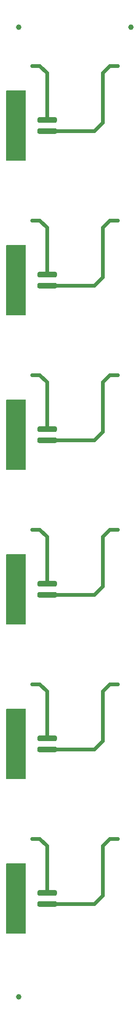
<source format=gtl>
G04 #@! TF.GenerationSoftware,KiCad,Pcbnew,6.0.2+dfsg-1*
G04 #@! TF.CreationDate,2022-10-15T22:16:15-06:00*
G04 #@! TF.ProjectId,ckt-dingdong-spk-array,636b742d-6469-46e6-9764-6f6e672d7370,rev?*
G04 #@! TF.SameCoordinates,Original*
G04 #@! TF.FileFunction,Copper,L1,Top*
G04 #@! TF.FilePolarity,Positive*
%FSLAX46Y46*%
G04 Gerber Fmt 4.6, Leading zero omitted, Abs format (unit mm)*
G04 Created by KiCad (PCBNEW 6.0.2+dfsg-1) date 2022-10-15 22:16:15*
%MOMM*%
%LPD*%
G01*
G04 APERTURE LIST*
G04 #@! TA.AperFunction,SMDPad,CuDef*
%ADD10C,1.000000*%
G04 #@! TD*
G04 #@! TA.AperFunction,ViaPad*
%ADD11C,0.609600*%
G04 #@! TD*
G04 #@! TA.AperFunction,Conductor*
%ADD12C,0.635000*%
G04 #@! TD*
G04 APERTURE END LIST*
G04 #@! TA.AperFunction,SMDPad,CuDef*
G36*
G01*
X28796000Y-33820000D02*
X31796000Y-33820000D01*
G75*
G02*
X32046000Y-34070000I0J-250000D01*
G01*
X32046000Y-34570000D01*
G75*
G02*
X31796000Y-34820000I-250000J0D01*
G01*
X28796000Y-34820000D01*
G75*
G02*
X28546000Y-34570000I0J250000D01*
G01*
X28546000Y-34070000D01*
G75*
G02*
X28796000Y-33820000I250000J0D01*
G01*
G37*
G04 #@! TD.AperFunction*
G04 #@! TA.AperFunction,SMDPad,CuDef*
G36*
G01*
X28796000Y-35820000D02*
X31796000Y-35820000D01*
G75*
G02*
X32046000Y-36070000I0J-250000D01*
G01*
X32046000Y-36570000D01*
G75*
G02*
X31796000Y-36820000I-250000J0D01*
G01*
X28796000Y-36820000D01*
G75*
G02*
X28546000Y-36570000I0J250000D01*
G01*
X28546000Y-36070000D01*
G75*
G02*
X28796000Y-35820000I250000J0D01*
G01*
G37*
G04 #@! TD.AperFunction*
G04 #@! TA.AperFunction,SMDPad,CuDef*
G36*
G01*
X23096001Y-31220000D02*
X25995999Y-31220000D01*
G75*
G02*
X26246000Y-31470001I0J-250001D01*
G01*
X26246000Y-32469999D01*
G75*
G02*
X25995999Y-32720000I-250001J0D01*
G01*
X23096001Y-32720000D01*
G75*
G02*
X22846000Y-32469999I0J250001D01*
G01*
X22846000Y-31470001D01*
G75*
G02*
X23096001Y-31220000I250001J0D01*
G01*
G37*
G04 #@! TD.AperFunction*
G04 #@! TA.AperFunction,SMDPad,CuDef*
G36*
G01*
X23096001Y-37920000D02*
X25995999Y-37920000D01*
G75*
G02*
X26246000Y-38170001I0J-250001D01*
G01*
X26246000Y-39169999D01*
G75*
G02*
X25995999Y-39420000I-250001J0D01*
G01*
X23096001Y-39420000D01*
G75*
G02*
X22846000Y-39169999I0J250001D01*
G01*
X22846000Y-38170001D01*
G75*
G02*
X23096001Y-37920000I250001J0D01*
G01*
G37*
G04 #@! TD.AperFunction*
D10*
X25160000Y-17540000D03*
G04 #@! TA.AperFunction,SMDPad,CuDef*
G36*
G01*
X28796000Y-61760000D02*
X31796000Y-61760000D01*
G75*
G02*
X32046000Y-62010000I0J-250000D01*
G01*
X32046000Y-62510000D01*
G75*
G02*
X31796000Y-62760000I-250000J0D01*
G01*
X28796000Y-62760000D01*
G75*
G02*
X28546000Y-62510000I0J250000D01*
G01*
X28546000Y-62010000D01*
G75*
G02*
X28796000Y-61760000I250000J0D01*
G01*
G37*
G04 #@! TD.AperFunction*
G04 #@! TA.AperFunction,SMDPad,CuDef*
G36*
G01*
X28796000Y-63760000D02*
X31796000Y-63760000D01*
G75*
G02*
X32046000Y-64010000I0J-250000D01*
G01*
X32046000Y-64510000D01*
G75*
G02*
X31796000Y-64760000I-250000J0D01*
G01*
X28796000Y-64760000D01*
G75*
G02*
X28546000Y-64510000I0J250000D01*
G01*
X28546000Y-64010000D01*
G75*
G02*
X28796000Y-63760000I250000J0D01*
G01*
G37*
G04 #@! TD.AperFunction*
G04 #@! TA.AperFunction,SMDPad,CuDef*
G36*
G01*
X23096001Y-59160000D02*
X25995999Y-59160000D01*
G75*
G02*
X26246000Y-59410001I0J-250001D01*
G01*
X26246000Y-60409999D01*
G75*
G02*
X25995999Y-60660000I-250001J0D01*
G01*
X23096001Y-60660000D01*
G75*
G02*
X22846000Y-60409999I0J250001D01*
G01*
X22846000Y-59410001D01*
G75*
G02*
X23096001Y-59160000I250001J0D01*
G01*
G37*
G04 #@! TD.AperFunction*
G04 #@! TA.AperFunction,SMDPad,CuDef*
G36*
G01*
X23096001Y-65860000D02*
X25995999Y-65860000D01*
G75*
G02*
X26246000Y-66110001I0J-250001D01*
G01*
X26246000Y-67109999D01*
G75*
G02*
X25995999Y-67360000I-250001J0D01*
G01*
X23096001Y-67360000D01*
G75*
G02*
X22846000Y-67109999I0J250001D01*
G01*
X22846000Y-66110001D01*
G75*
G02*
X23096001Y-65860000I250001J0D01*
G01*
G37*
G04 #@! TD.AperFunction*
G04 #@! TA.AperFunction,SMDPad,CuDef*
G36*
G01*
X28796000Y-145580000D02*
X31796000Y-145580000D01*
G75*
G02*
X32046000Y-145830000I0J-250000D01*
G01*
X32046000Y-146330000D01*
G75*
G02*
X31796000Y-146580000I-250000J0D01*
G01*
X28796000Y-146580000D01*
G75*
G02*
X28546000Y-146330000I0J250000D01*
G01*
X28546000Y-145830000D01*
G75*
G02*
X28796000Y-145580000I250000J0D01*
G01*
G37*
G04 #@! TD.AperFunction*
G04 #@! TA.AperFunction,SMDPad,CuDef*
G36*
G01*
X28796000Y-147580000D02*
X31796000Y-147580000D01*
G75*
G02*
X32046000Y-147830000I0J-250000D01*
G01*
X32046000Y-148330000D01*
G75*
G02*
X31796000Y-148580000I-250000J0D01*
G01*
X28796000Y-148580000D01*
G75*
G02*
X28546000Y-148330000I0J250000D01*
G01*
X28546000Y-147830000D01*
G75*
G02*
X28796000Y-147580000I250000J0D01*
G01*
G37*
G04 #@! TD.AperFunction*
G04 #@! TA.AperFunction,SMDPad,CuDef*
G36*
G01*
X23096001Y-149680000D02*
X25995999Y-149680000D01*
G75*
G02*
X26246000Y-149930001I0J-250001D01*
G01*
X26246000Y-150929999D01*
G75*
G02*
X25995999Y-151180000I-250001J0D01*
G01*
X23096001Y-151180000D01*
G75*
G02*
X22846000Y-150929999I0J250001D01*
G01*
X22846000Y-149930001D01*
G75*
G02*
X23096001Y-149680000I250001J0D01*
G01*
G37*
G04 #@! TD.AperFunction*
G04 #@! TA.AperFunction,SMDPad,CuDef*
G36*
G01*
X23096001Y-142980000D02*
X25995999Y-142980000D01*
G75*
G02*
X26246000Y-143230001I0J-250001D01*
G01*
X26246000Y-144229999D01*
G75*
G02*
X25995999Y-144480000I-250001J0D01*
G01*
X23096001Y-144480000D01*
G75*
G02*
X22846000Y-144229999I0J250001D01*
G01*
X22846000Y-143230001D01*
G75*
G02*
X23096001Y-142980000I250001J0D01*
G01*
G37*
G04 #@! TD.AperFunction*
G04 #@! TA.AperFunction,SMDPad,CuDef*
G36*
G01*
X28796000Y-117640000D02*
X31796000Y-117640000D01*
G75*
G02*
X32046000Y-117890000I0J-250000D01*
G01*
X32046000Y-118390000D01*
G75*
G02*
X31796000Y-118640000I-250000J0D01*
G01*
X28796000Y-118640000D01*
G75*
G02*
X28546000Y-118390000I0J250000D01*
G01*
X28546000Y-117890000D01*
G75*
G02*
X28796000Y-117640000I250000J0D01*
G01*
G37*
G04 #@! TD.AperFunction*
G04 #@! TA.AperFunction,SMDPad,CuDef*
G36*
G01*
X28796000Y-119640000D02*
X31796000Y-119640000D01*
G75*
G02*
X32046000Y-119890000I0J-250000D01*
G01*
X32046000Y-120390000D01*
G75*
G02*
X31796000Y-120640000I-250000J0D01*
G01*
X28796000Y-120640000D01*
G75*
G02*
X28546000Y-120390000I0J250000D01*
G01*
X28546000Y-119890000D01*
G75*
G02*
X28796000Y-119640000I250000J0D01*
G01*
G37*
G04 #@! TD.AperFunction*
G04 #@! TA.AperFunction,SMDPad,CuDef*
G36*
G01*
X23096001Y-121740000D02*
X25995999Y-121740000D01*
G75*
G02*
X26246000Y-121990001I0J-250001D01*
G01*
X26246000Y-122989999D01*
G75*
G02*
X25995999Y-123240000I-250001J0D01*
G01*
X23096001Y-123240000D01*
G75*
G02*
X22846000Y-122989999I0J250001D01*
G01*
X22846000Y-121990001D01*
G75*
G02*
X23096001Y-121740000I250001J0D01*
G01*
G37*
G04 #@! TD.AperFunction*
G04 #@! TA.AperFunction,SMDPad,CuDef*
G36*
G01*
X23096001Y-115040000D02*
X25995999Y-115040000D01*
G75*
G02*
X26246000Y-115290001I0J-250001D01*
G01*
X26246000Y-116289999D01*
G75*
G02*
X25995999Y-116540000I-250001J0D01*
G01*
X23096001Y-116540000D01*
G75*
G02*
X22846000Y-116289999I0J250001D01*
G01*
X22846000Y-115290001D01*
G75*
G02*
X23096001Y-115040000I250001J0D01*
G01*
G37*
G04 #@! TD.AperFunction*
X25160000Y-192800000D03*
G04 #@! TA.AperFunction,SMDPad,CuDef*
G36*
G01*
X28796000Y-173520000D02*
X31796000Y-173520000D01*
G75*
G02*
X32046000Y-173770000I0J-250000D01*
G01*
X32046000Y-174270000D01*
G75*
G02*
X31796000Y-174520000I-250000J0D01*
G01*
X28796000Y-174520000D01*
G75*
G02*
X28546000Y-174270000I0J250000D01*
G01*
X28546000Y-173770000D01*
G75*
G02*
X28796000Y-173520000I250000J0D01*
G01*
G37*
G04 #@! TD.AperFunction*
G04 #@! TA.AperFunction,SMDPad,CuDef*
G36*
G01*
X28796000Y-175520000D02*
X31796000Y-175520000D01*
G75*
G02*
X32046000Y-175770000I0J-250000D01*
G01*
X32046000Y-176270000D01*
G75*
G02*
X31796000Y-176520000I-250000J0D01*
G01*
X28796000Y-176520000D01*
G75*
G02*
X28546000Y-176270000I0J250000D01*
G01*
X28546000Y-175770000D01*
G75*
G02*
X28796000Y-175520000I250000J0D01*
G01*
G37*
G04 #@! TD.AperFunction*
G04 #@! TA.AperFunction,SMDPad,CuDef*
G36*
G01*
X23096001Y-170920000D02*
X25995999Y-170920000D01*
G75*
G02*
X26246000Y-171170001I0J-250001D01*
G01*
X26246000Y-172169999D01*
G75*
G02*
X25995999Y-172420000I-250001J0D01*
G01*
X23096001Y-172420000D01*
G75*
G02*
X22846000Y-172169999I0J250001D01*
G01*
X22846000Y-171170001D01*
G75*
G02*
X23096001Y-170920000I250001J0D01*
G01*
G37*
G04 #@! TD.AperFunction*
G04 #@! TA.AperFunction,SMDPad,CuDef*
G36*
G01*
X23096001Y-177620000D02*
X25995999Y-177620000D01*
G75*
G02*
X26246000Y-177870001I0J-250001D01*
G01*
X26246000Y-178869999D01*
G75*
G02*
X25995999Y-179120000I-250001J0D01*
G01*
X23096001Y-179120000D01*
G75*
G02*
X22846000Y-178869999I0J250001D01*
G01*
X22846000Y-177870001D01*
G75*
G02*
X23096001Y-177620000I250001J0D01*
G01*
G37*
G04 #@! TD.AperFunction*
X45480000Y-17540000D03*
G04 #@! TA.AperFunction,SMDPad,CuDef*
G36*
G01*
X28796000Y-89700000D02*
X31796000Y-89700000D01*
G75*
G02*
X32046000Y-89950000I0J-250000D01*
G01*
X32046000Y-90450000D01*
G75*
G02*
X31796000Y-90700000I-250000J0D01*
G01*
X28796000Y-90700000D01*
G75*
G02*
X28546000Y-90450000I0J250000D01*
G01*
X28546000Y-89950000D01*
G75*
G02*
X28796000Y-89700000I250000J0D01*
G01*
G37*
G04 #@! TD.AperFunction*
G04 #@! TA.AperFunction,SMDPad,CuDef*
G36*
G01*
X28796000Y-91700000D02*
X31796000Y-91700000D01*
G75*
G02*
X32046000Y-91950000I0J-250000D01*
G01*
X32046000Y-92450000D01*
G75*
G02*
X31796000Y-92700000I-250000J0D01*
G01*
X28796000Y-92700000D01*
G75*
G02*
X28546000Y-92450000I0J250000D01*
G01*
X28546000Y-91950000D01*
G75*
G02*
X28796000Y-91700000I250000J0D01*
G01*
G37*
G04 #@! TD.AperFunction*
G04 #@! TA.AperFunction,SMDPad,CuDef*
G36*
G01*
X23096001Y-93800000D02*
X25995999Y-93800000D01*
G75*
G02*
X26246000Y-94050001I0J-250001D01*
G01*
X26246000Y-95049999D01*
G75*
G02*
X25995999Y-95300000I-250001J0D01*
G01*
X23096001Y-95300000D01*
G75*
G02*
X22846000Y-95049999I0J250001D01*
G01*
X22846000Y-94050001D01*
G75*
G02*
X23096001Y-93800000I250001J0D01*
G01*
G37*
G04 #@! TD.AperFunction*
G04 #@! TA.AperFunction,SMDPad,CuDef*
G36*
G01*
X23096001Y-87100000D02*
X25995999Y-87100000D01*
G75*
G02*
X26246000Y-87350001I0J-250001D01*
G01*
X26246000Y-88349999D01*
G75*
G02*
X25995999Y-88600000I-250001J0D01*
G01*
X23096001Y-88600000D01*
G75*
G02*
X22846000Y-88349999I0J250001D01*
G01*
X22846000Y-87350001D01*
G75*
G02*
X23096001Y-87100000I250001J0D01*
G01*
G37*
G04 #@! TD.AperFunction*
D11*
X43067000Y-24525000D03*
X27573000Y-24525000D03*
X43067000Y-52465000D03*
X27573000Y-52465000D03*
X43067000Y-80405000D03*
X27573000Y-80405000D03*
X43067000Y-108345000D03*
X27573000Y-108345000D03*
X43067000Y-136285000D03*
X27573000Y-136285000D03*
X43067000Y-164225000D03*
X27573000Y-164225000D03*
D12*
X30296000Y-36320000D02*
X38892000Y-36320000D01*
X40400000Y-34812000D02*
X40400000Y-25795000D01*
X38892002Y-36319998D02*
X40400000Y-34812000D01*
X40400000Y-25795000D02*
X41670000Y-24525000D01*
X41670000Y-24525000D02*
X43067000Y-24525000D01*
X30296000Y-25851000D02*
X28970000Y-24525000D01*
X30296000Y-34320000D02*
X30296000Y-25851000D01*
X28970000Y-24525000D02*
X27573000Y-24525000D01*
X30296000Y-64260000D02*
X38892000Y-64260000D01*
X40400000Y-62752000D02*
X40400000Y-53735000D01*
X38892002Y-64259998D02*
X40400000Y-62752000D01*
X40400000Y-53735000D02*
X41670000Y-52465000D01*
X41670000Y-52465000D02*
X43067000Y-52465000D01*
X30296000Y-53791000D02*
X28970000Y-52465000D01*
X30296000Y-62260000D02*
X30296000Y-53791000D01*
X28970000Y-52465000D02*
X27573000Y-52465000D01*
X30296000Y-92200000D02*
X38892000Y-92200000D01*
X40400000Y-90692000D02*
X40400000Y-81675000D01*
X38892002Y-92199998D02*
X40400000Y-90692000D01*
X40400000Y-81675000D02*
X41670000Y-80405000D01*
X41670000Y-80405000D02*
X43067000Y-80405000D01*
X30296000Y-81731000D02*
X28970000Y-80405000D01*
X30296000Y-90200000D02*
X30296000Y-81731000D01*
X28970000Y-80405000D02*
X27573000Y-80405000D01*
X30296000Y-120140000D02*
X38892000Y-120140000D01*
X40400000Y-118632000D02*
X40400000Y-109615000D01*
X38892002Y-120139998D02*
X40400000Y-118632000D01*
X40400000Y-109615000D02*
X41670000Y-108345000D01*
X41670000Y-108345000D02*
X43067000Y-108345000D01*
X30296000Y-109671000D02*
X28970000Y-108345000D01*
X30296000Y-118140000D02*
X30296000Y-109671000D01*
X28970000Y-108345000D02*
X27573000Y-108345000D01*
X30296000Y-148080000D02*
X38892000Y-148080000D01*
X40400000Y-146572000D02*
X40400000Y-137555000D01*
X38892002Y-148079998D02*
X40400000Y-146572000D01*
X40400000Y-137555000D02*
X41670000Y-136285000D01*
X41670000Y-136285000D02*
X43067000Y-136285000D01*
X30296000Y-137611000D02*
X28970000Y-136285000D01*
X30296000Y-146080000D02*
X30296000Y-137611000D01*
X28970000Y-136285000D02*
X27573000Y-136285000D01*
X30296000Y-176020000D02*
X38892000Y-176020000D01*
X40400000Y-174512000D02*
X40400000Y-165495000D01*
X38892002Y-176019998D02*
X40400000Y-174512000D01*
X40400000Y-165495000D02*
X41670000Y-164225000D01*
X41670000Y-164225000D02*
X43067000Y-164225000D01*
X30296000Y-165551000D02*
X28970000Y-164225000D01*
X30296000Y-174020000D02*
X30296000Y-165551000D01*
X28970000Y-164225000D02*
X27573000Y-164225000D01*
G04 #@! TA.AperFunction,Conductor*
G36*
X26372121Y-84870002D02*
G01*
X26418614Y-84923658D01*
X26430000Y-84976000D01*
X26430000Y-97424000D01*
X26409998Y-97492121D01*
X26356342Y-97538614D01*
X26304000Y-97550000D01*
X23000000Y-97550000D01*
X22931879Y-97529998D01*
X22885386Y-97476342D01*
X22874000Y-97424000D01*
X22874000Y-84976000D01*
X22894002Y-84907879D01*
X22947658Y-84861386D01*
X23000000Y-84850000D01*
X26304000Y-84850000D01*
X26372121Y-84870002D01*
G37*
G04 #@! TD.AperFunction*
G04 #@! TA.AperFunction,Conductor*
G36*
X26372121Y-56930002D02*
G01*
X26418614Y-56983658D01*
X26430000Y-57036000D01*
X26430000Y-69484000D01*
X26409998Y-69552121D01*
X26356342Y-69598614D01*
X26304000Y-69610000D01*
X23000000Y-69610000D01*
X22931879Y-69589998D01*
X22885386Y-69536342D01*
X22874000Y-69484000D01*
X22874000Y-57036000D01*
X22894002Y-56967879D01*
X22947658Y-56921386D01*
X23000000Y-56910000D01*
X26304000Y-56910000D01*
X26372121Y-56930002D01*
G37*
G04 #@! TD.AperFunction*
G04 #@! TA.AperFunction,Conductor*
G36*
X26372121Y-28990002D02*
G01*
X26418614Y-29043658D01*
X26430000Y-29096000D01*
X26430000Y-41544000D01*
X26409998Y-41612121D01*
X26356342Y-41658614D01*
X26304000Y-41670000D01*
X23000000Y-41670000D01*
X22931879Y-41649998D01*
X22885386Y-41596342D01*
X22874000Y-41544000D01*
X22874000Y-29096000D01*
X22894002Y-29027879D01*
X22947658Y-28981386D01*
X23000000Y-28970000D01*
X26304000Y-28970000D01*
X26372121Y-28990002D01*
G37*
G04 #@! TD.AperFunction*
G04 #@! TA.AperFunction,Conductor*
G36*
X26372121Y-112810002D02*
G01*
X26418614Y-112863658D01*
X26430000Y-112916000D01*
X26430000Y-125364000D01*
X26409998Y-125432121D01*
X26356342Y-125478614D01*
X26304000Y-125490000D01*
X23000000Y-125490000D01*
X22931879Y-125469998D01*
X22885386Y-125416342D01*
X22874000Y-125364000D01*
X22874000Y-112916000D01*
X22894002Y-112847879D01*
X22947658Y-112801386D01*
X23000000Y-112790000D01*
X26304000Y-112790000D01*
X26372121Y-112810002D01*
G37*
G04 #@! TD.AperFunction*
G04 #@! TA.AperFunction,Conductor*
G36*
X26372121Y-140750002D02*
G01*
X26418614Y-140803658D01*
X26430000Y-140856000D01*
X26430000Y-153304000D01*
X26409998Y-153372121D01*
X26356342Y-153418614D01*
X26304000Y-153430000D01*
X23000000Y-153430000D01*
X22931879Y-153409998D01*
X22885386Y-153356342D01*
X22874000Y-153304000D01*
X22874000Y-140856000D01*
X22894002Y-140787879D01*
X22947658Y-140741386D01*
X23000000Y-140730000D01*
X26304000Y-140730000D01*
X26372121Y-140750002D01*
G37*
G04 #@! TD.AperFunction*
G04 #@! TA.AperFunction,Conductor*
G36*
X26372121Y-168690002D02*
G01*
X26418614Y-168743658D01*
X26430000Y-168796000D01*
X26430000Y-181244000D01*
X26409998Y-181312121D01*
X26356342Y-181358614D01*
X26304000Y-181370000D01*
X23000000Y-181370000D01*
X22931879Y-181349998D01*
X22885386Y-181296342D01*
X22874000Y-181244000D01*
X22874000Y-168796000D01*
X22894002Y-168727879D01*
X22947658Y-168681386D01*
X23000000Y-168670000D01*
X26304000Y-168670000D01*
X26372121Y-168690002D01*
G37*
G04 #@! TD.AperFunction*
M02*

</source>
